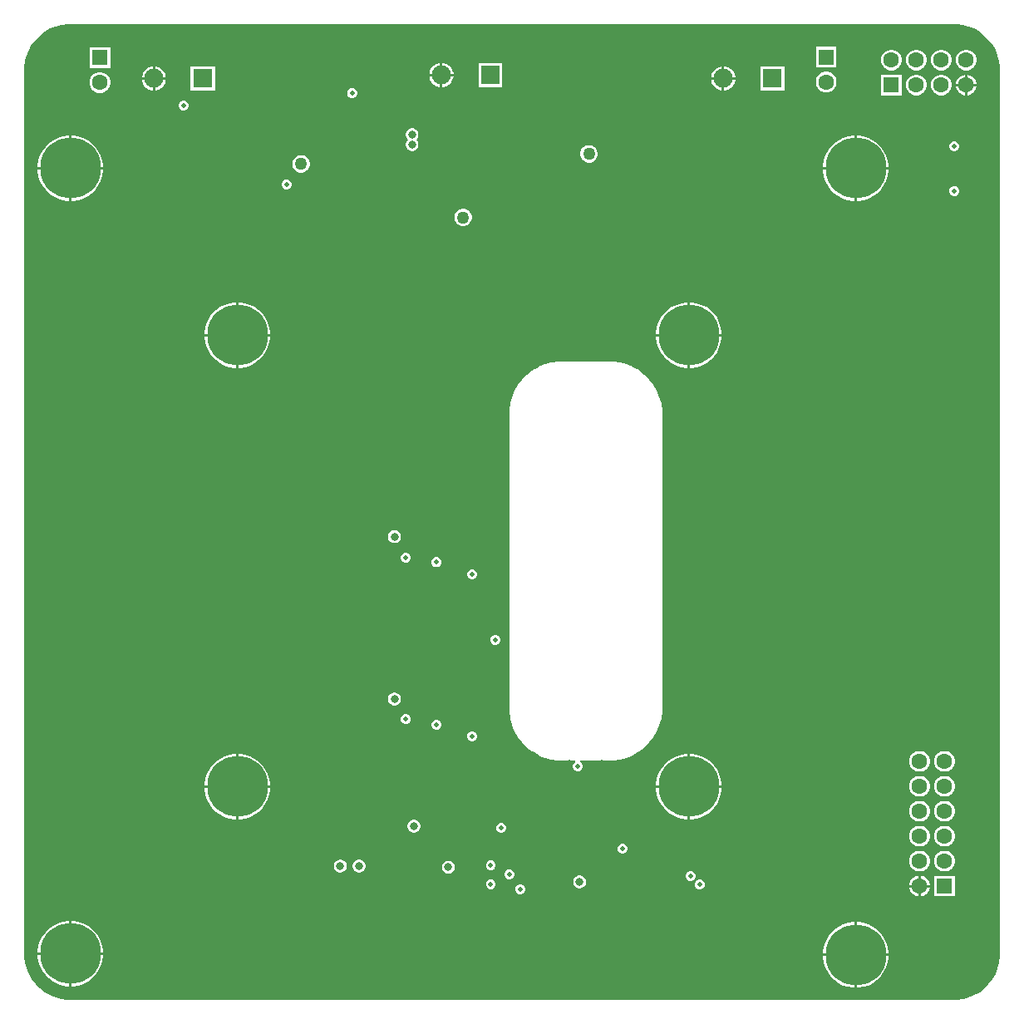
<source format=gbr>
%FSLAX23Y23*%
%MOIN*%
%SFA1B1*%

%IPPOS*%
%ADD46R,0.076770X0.076770*%
%ADD47C,0.076770*%
%ADD48C,0.062990*%
%ADD49R,0.062990X0.062990*%
%ADD50R,0.062990X0.062990*%
%ADD51C,0.244100*%
%ADD52C,0.019680*%
%ADD53C,0.050000*%
%ADD54C,0.031500*%
%LNbase_pcb1_copper_signal_1-1*%
%LPD*%
G36*
X3776Y3921D02*
X3799Y3915D01*
X3822Y3906*
X3843Y3894*
X3862Y3879*
X3879Y3862*
X3894Y3843*
X3906Y3822*
X3915Y3799*
X3921Y3776*
X3924Y3752*
Y3740*
Y196*
Y184*
X3921Y160*
X3915Y137*
X3906Y114*
X3894Y93*
X3879Y74*
X3862Y57*
X3843Y42*
X3822Y30*
X3799Y21*
X3776Y15*
X3752Y12*
X184*
X160Y15*
X137Y21*
X114Y30*
X93Y42*
X74Y57*
X57Y74*
X42Y93*
X30Y114*
X21Y137*
X15Y160*
X12Y184*
Y196*
Y3740*
Y3752*
X15Y3776*
X21Y3799*
X30Y3822*
X42Y3843*
X57Y3862*
X74Y3879*
X93Y3894*
X114Y3906*
X137Y3915*
X160Y3921*
X184Y3924*
X3752*
X3776Y3921*
G37*
%LNbase_pcb1_copper_signal_1-2*%
%LPC*%
G36*
X3269Y3833D02*
X3186D01*
Y3750*
X3269*
Y3833*
G37*
G36*
X356Y3832D02*
X273D01*
Y3749*
X356*
Y3832*
G37*
G36*
X3795Y3822D02*
X3784D01*
X3773Y3819*
X3764Y3813*
X3756Y3806*
X3751Y3796*
X3748Y3786*
Y3775*
X3751Y3764*
X3756Y3755*
X3764Y3747*
X3773Y3741*
X3784Y3739*
X3795*
X3805Y3741*
X3815Y3747*
X3822Y3755*
X3828Y3764*
X3831Y3775*
Y3786*
X3828Y3796*
X3822Y3806*
X3815Y3813*
X3805Y3819*
X3795Y3822*
G37*
G36*
X3695D02*
X3684D01*
X3673Y3819*
X3664Y3813*
X3656Y3806*
X3651Y3796*
X3648Y3786*
Y3775*
X3651Y3764*
X3656Y3755*
X3664Y3747*
X3673Y3741*
X3684Y3739*
X3695*
X3705Y3741*
X3715Y3747*
X3722Y3755*
X3728Y3764*
X3731Y3775*
Y3786*
X3728Y3796*
X3722Y3806*
X3715Y3813*
X3705Y3819*
X3695Y3822*
G37*
G36*
X3595D02*
X3584D01*
X3573Y3819*
X3564Y3813*
X3556Y3806*
X3551Y3796*
X3548Y3786*
Y3775*
X3551Y3764*
X3556Y3755*
X3564Y3747*
X3573Y3741*
X3584Y3739*
X3595*
X3605Y3741*
X3615Y3747*
X3622Y3755*
X3628Y3764*
X3631Y3775*
Y3786*
X3628Y3796*
X3622Y3806*
X3615Y3813*
X3605Y3819*
X3595Y3822*
G37*
G36*
X3495D02*
X3484D01*
X3473Y3819*
X3464Y3813*
X3456Y3806*
X3451Y3796*
X3448Y3786*
Y3775*
X3451Y3764*
X3456Y3755*
X3464Y3747*
X3473Y3741*
X3484Y3739*
X3495*
X3505Y3741*
X3515Y3747*
X3522Y3755*
X3528Y3764*
X3531Y3775*
Y3786*
X3528Y3796*
X3522Y3806*
X3515Y3813*
X3505Y3819*
X3495Y3822*
G37*
G36*
X1690Y3768D02*
X1689D01*
Y3725*
X1733*
Y3726*
X1729Y3739*
X1723Y3750*
X1714Y3759*
X1703Y3765*
X1690Y3768*
G37*
G36*
X1679D02*
X1678D01*
X1665Y3765*
X1654Y3759*
X1645Y3750*
X1639Y3739*
X1636Y3726*
Y3725*
X1679*
Y3768*
G37*
G36*
X2821Y3755D02*
X2819D01*
Y3712*
X2863*
Y3713*
X2860Y3725*
X2853Y3736*
X2844Y3745*
X2833Y3752*
X2821Y3755*
G37*
G36*
X2809D02*
X2808D01*
X2796Y3752*
X2785Y3745*
X2776Y3736*
X2769Y3725*
X2766Y3713*
Y3712*
X2809*
Y3755*
G37*
G36*
X537Y3754D02*
X536D01*
Y3711*
X579*
Y3712*
X576Y3724*
X570Y3735*
X561Y3744*
X550Y3751*
X537Y3754*
G37*
G36*
X526D02*
X525D01*
X512Y3751*
X501Y3744*
X492Y3735*
X486Y3724*
X483Y3712*
Y3711*
X526*
Y3754*
G37*
G36*
X3795Y3722D02*
X3794D01*
Y3685*
X3831*
Y3686*
X3828Y3696*
X3822Y3706*
X3815Y3713*
X3805Y3719*
X3795Y3722*
G37*
G36*
X3784D02*
X3784D01*
X3773Y3719*
X3764Y3713*
X3756Y3706*
X3751Y3696*
X3748Y3686*
Y3685*
X3784*
Y3722*
G37*
G36*
X1929Y3768D02*
X1833D01*
Y3672*
X1929*
Y3768*
G37*
G36*
X1733Y3715D02*
X1689D01*
Y3672*
X1690*
X1703Y3675*
X1714Y3681*
X1723Y3690*
X1729Y3701*
X1733Y3714*
Y3715*
G37*
G36*
X1679D02*
X1636D01*
Y3714*
X1639Y3701*
X1645Y3690*
X1654Y3681*
X1665Y3675*
X1678Y3672*
X1679*
Y3715*
G37*
G36*
X3060Y3755D02*
X2963D01*
Y3658*
X3060*
Y3755*
G37*
G36*
X2863Y3702D02*
X2819D01*
Y3658*
X2821*
X2833Y3661*
X2844Y3668*
X2853Y3677*
X2860Y3688*
X2863Y3700*
Y3702*
G37*
G36*
X2809D02*
X2766D01*
Y3700*
X2769Y3688*
X2776Y3677*
X2785Y3668*
X2796Y3661*
X2808Y3658*
X2809*
Y3702*
G37*
G36*
X776Y3754D02*
X679D01*
Y3657*
X776*
Y3754*
G37*
G36*
X579Y3701D02*
X536D01*
Y3657*
X537*
X550Y3661*
X561Y3667*
X570Y3676*
X576Y3687*
X579Y3699*
Y3701*
G37*
G36*
X526D02*
X483D01*
Y3699*
X486Y3687*
X492Y3676*
X501Y3667*
X512Y3661*
X525Y3657*
X526*
Y3701*
G37*
G36*
X3233Y3733D02*
X3222D01*
X3212Y3730*
X3202Y3725*
X3195Y3717*
X3189Y3708*
X3186Y3697*
Y3686*
X3189Y3676*
X3195Y3666*
X3202Y3658*
X3212Y3653*
X3222Y3650*
X3233*
X3244Y3653*
X3253Y3658*
X3261Y3666*
X3267Y3676*
X3269Y3686*
Y3697*
X3267Y3708*
X3261Y3717*
X3253Y3725*
X3244Y3730*
X3233Y3733*
G37*
G36*
X320Y3732D02*
X309D01*
X298Y3729*
X289Y3724*
X281Y3716*
X276Y3707*
X273Y3696*
Y3685*
X276Y3675*
X281Y3665*
X289Y3658*
X298Y3652*
X309Y3649*
X320*
X330Y3652*
X340Y3658*
X348Y3665*
X353Y3675*
X356Y3685*
Y3696*
X353Y3707*
X348Y3716*
X340Y3724*
X330Y3729*
X320Y3732*
G37*
G36*
X3831Y3675D02*
X3794D01*
Y3639*
X3795*
X3805Y3641*
X3815Y3647*
X3822Y3655*
X3828Y3664*
X3831Y3675*
Y3675*
G37*
G36*
X3784D02*
X3748D01*
Y3675*
X3751Y3664*
X3756Y3655*
X3764Y3647*
X3773Y3641*
X3784Y3639*
X3784*
Y3675*
G37*
G36*
X3695Y3722D02*
X3684D01*
X3673Y3719*
X3664Y3713*
X3656Y3706*
X3651Y3696*
X3648Y3686*
Y3675*
X3651Y3664*
X3656Y3655*
X3664Y3647*
X3673Y3641*
X3684Y3639*
X3695*
X3705Y3641*
X3715Y3647*
X3722Y3655*
X3728Y3664*
X3731Y3675*
Y3686*
X3728Y3696*
X3722Y3706*
X3715Y3713*
X3705Y3719*
X3695Y3722*
G37*
G36*
X3595D02*
X3584D01*
X3573Y3719*
X3564Y3713*
X3556Y3706*
X3551Y3696*
X3548Y3686*
Y3675*
X3551Y3664*
X3556Y3655*
X3564Y3647*
X3573Y3641*
X3584Y3639*
X3595*
X3605Y3641*
X3615Y3647*
X3622Y3655*
X3628Y3664*
X3631Y3675*
Y3686*
X3628Y3696*
X3622Y3706*
X3615Y3713*
X3605Y3719*
X3595Y3722*
G37*
G36*
X3531D02*
X3448D01*
Y3639*
X3531*
Y3722*
G37*
G36*
X1330Y3668D02*
X1322D01*
X1315Y3665*
X1309Y3659*
X1306Y3652*
Y3644*
X1309Y3637*
X1315Y3631*
X1322Y3628*
X1330*
X1338Y3631*
X1343Y3637*
X1346Y3644*
Y3652*
X1343Y3659*
X1338Y3665*
X1330Y3668*
G37*
G36*
X655Y3618D02*
X647D01*
X639Y3615*
X634Y3609*
X631Y3602*
Y3594*
X634Y3587*
X639Y3581*
X647Y3578*
X655*
X662Y3581*
X667Y3587*
X670Y3594*
Y3602*
X667Y3609*
X662Y3615*
X655Y3618*
G37*
G36*
X1570Y3506D02*
X1563D01*
X1557Y3504*
X1551Y3500*
X1546Y3496*
X1543Y3490*
X1541Y3483*
Y3476*
X1543Y3470*
X1546Y3464*
X1550Y3460*
X1546Y3456*
X1543Y3450*
X1541Y3443*
Y3437*
X1543Y3430*
X1546Y3424*
X1551Y3420*
X1557Y3416*
X1563Y3414*
X1570*
X1577Y3416*
X1582Y3420*
X1587Y3424*
X1591Y3430*
X1592Y3437*
Y3443*
X1591Y3450*
X1587Y3456*
X1583Y3460*
X1587Y3464*
X1591Y3470*
X1592Y3476*
Y3483*
X1591Y3490*
X1587Y3496*
X1582Y3500*
X1577Y3504*
X1570Y3506*
G37*
G36*
X3745Y3454D02*
X3737D01*
X3730Y3451*
X3724Y3445*
X3721Y3438*
Y3430*
X3724Y3423*
X3730Y3417*
X3737Y3414*
X3745*
X3752Y3417*
X3758Y3423*
X3761Y3430*
Y3438*
X3758Y3445*
X3752Y3451*
X3745Y3454*
G37*
G36*
X2281Y3439D02*
X2272D01*
X2263Y3437*
X2255Y3432*
X2249Y3426*
X2244Y3418*
X2242Y3409*
Y3399*
X2244Y3391*
X2249Y3383*
X2255Y3376*
X2263Y3371*
X2272Y3369*
X2281*
X2290Y3371*
X2298Y3376*
X2305Y3383*
X2309Y3391*
X2312Y3399*
Y3409*
X2309Y3418*
X2305Y3426*
X2298Y3432*
X2290Y3437*
X2281Y3439*
G37*
G36*
X3356Y3478D02*
X3351D01*
Y3351*
X3478*
Y3356*
X3475Y3377*
X3468Y3397*
X3459Y3415*
X3447Y3432*
X3432Y3447*
X3415Y3459*
X3397Y3468*
X3377Y3475*
X3356Y3478*
G37*
G36*
X3341D02*
X3336D01*
X3315Y3475*
X3295Y3468*
X3277Y3459*
X3260Y3447*
X3245Y3432*
X3233Y3415*
X3224Y3397*
X3217Y3377*
X3214Y3356*
Y3351*
X3341*
Y3478*
G37*
G36*
X207D02*
X201D01*
Y3351*
X328*
Y3356*
X325Y3377*
X319Y3397*
X309Y3415*
X297Y3432*
X282Y3447*
X266Y3459*
X247Y3468*
X227Y3475*
X207Y3478*
G37*
G36*
X191D02*
X186D01*
X165Y3475*
X146Y3468*
X127Y3459*
X110Y3447*
X96Y3432*
X83Y3415*
X74Y3397*
X68Y3377*
X64Y3356*
Y3351*
X191*
Y3478*
G37*
G36*
X1126Y3399D02*
X1117D01*
X1108Y3396*
X1100Y3392*
X1094Y3385*
X1089Y3377*
X1087Y3368*
Y3359*
X1089Y3350*
X1094Y3342*
X1100Y3336*
X1108Y3331*
X1117Y3329*
X1126*
X1135Y3331*
X1143Y3336*
X1150Y3342*
X1154Y3350*
X1157Y3359*
Y3368*
X1154Y3377*
X1150Y3385*
X1143Y3392*
X1135Y3396*
X1126Y3399*
G37*
G36*
X1067Y3301D02*
X1059D01*
X1052Y3298*
X1046Y3292*
X1043Y3285*
Y3277*
X1046Y3270*
X1052Y3264*
X1059Y3261*
X1067*
X1074Y3264*
X1080Y3270*
X1083Y3277*
Y3285*
X1080Y3292*
X1074Y3298*
X1067Y3301*
G37*
G36*
X3746Y3274D02*
X3738D01*
X3731Y3271*
X3725Y3266*
X3722Y3258*
Y3250*
X3725Y3243*
X3731Y3238*
X3738Y3235*
X3746*
X3753Y3238*
X3759Y3243*
X3762Y3250*
Y3258*
X3759Y3266*
X3753Y3271*
X3746Y3274*
G37*
G36*
X3478Y3341D02*
X3351D01*
Y3214*
X3356*
X3377Y3217*
X3397Y3224*
X3415Y3233*
X3432Y3245*
X3447Y3260*
X3459Y3277*
X3468Y3295*
X3475Y3315*
X3478Y3336*
Y3341*
G37*
G36*
X3341D02*
X3214D01*
Y3336*
X3217Y3315*
X3224Y3295*
X3233Y3277*
X3245Y3260*
X3260Y3245*
X3277Y3233*
X3295Y3224*
X3315Y3217*
X3336Y3214*
X3341*
Y3341*
G37*
G36*
X328D02*
X201D01*
Y3214*
X207*
X227Y3217*
X247Y3224*
X266Y3233*
X282Y3245*
X297Y3260*
X309Y3277*
X319Y3295*
X325Y3315*
X328Y3336*
Y3341*
G37*
G36*
X191D02*
X64D01*
Y3336*
X68Y3315*
X74Y3295*
X83Y3277*
X96Y3260*
X110Y3245*
X127Y3233*
X146Y3224*
X165Y3217*
X186Y3214*
X191*
Y3341*
G37*
G36*
X1776Y3184D02*
X1767D01*
X1758Y3182*
X1750Y3177*
X1743Y3171*
X1739Y3163*
X1736Y3154*
Y3145*
X1739Y3136*
X1743Y3128*
X1750Y3121*
X1758Y3116*
X1767Y3114*
X1776*
X1785Y3116*
X1793Y3121*
X1799Y3128*
X1804Y3136*
X1806Y3145*
Y3154*
X1804Y3163*
X1799Y3171*
X1793Y3177*
X1785Y3182*
X1776Y3184*
G37*
G36*
X2687Y2809D02*
X2682D01*
Y2682*
X2809*
Y2687*
X2805Y2708*
X2799Y2727*
X2790Y2746*
X2777Y2763*
X2763Y2777*
X2746Y2790*
X2727Y2799*
X2708Y2805*
X2687Y2809*
G37*
G36*
X2672D02*
X2666D01*
X2646Y2805*
X2626Y2799*
X2607Y2790*
X2591Y2777*
X2576Y2763*
X2564Y2746*
X2554Y2727*
X2548Y2708*
X2545Y2687*
Y2682*
X2672*
Y2809*
G37*
G36*
X876D02*
X871D01*
Y2682*
X998*
Y2687*
X994Y2708*
X988Y2727*
X979Y2746*
X966Y2763*
X952Y2777*
X935Y2790*
X916Y2799*
X897Y2805*
X876Y2809*
G37*
G36*
X861D02*
X855D01*
X835Y2805*
X815Y2799*
X796Y2790*
X780Y2777*
X765Y2763*
X753Y2746*
X743Y2727*
X737Y2708*
X734Y2687*
Y2682*
X861*
Y2809*
G37*
G36*
X2373Y2571D02*
X2360Y2571D01*
X2166*
X2153*
X2153Y2570*
X2152Y2570*
X2126Y2567*
X2125Y2567*
X2125Y2567*
X2100Y2560*
X2099Y2560*
X2098Y2560*
X2074Y2550*
X2074Y2549*
X2073Y2549*
X2050Y2536*
X2050Y2536*
X2049Y2535*
X2029Y2519*
X2028Y2519*
X2027Y2518*
X2009Y2500*
X2009Y2499*
X2008Y2499*
X1992Y2478*
X1992Y2478*
X1991Y2477*
X1979Y2455*
X1978Y2454*
X1978Y2453*
X1968Y2429*
X1968Y2429*
X1967Y2428*
X1961Y2403*
X1961Y2402*
X1960Y2401*
X1957Y2376*
X1957Y2375*
X1957Y2374*
Y2361*
Y1181*
Y1168*
X1957Y1167*
X1957Y1166*
X1960Y1140*
X1961Y1140*
X1961Y1139*
X1967Y1114*
X1968Y1113*
X1968Y1112*
X1978Y1088*
X1978Y1088*
X1979Y1087*
X1991Y1065*
X1992Y1064*
X1992Y1063*
X2008Y1043*
X2009Y1042*
X2009Y1042*
X2027Y1023*
X2028Y1023*
X2029Y1022*
X2049Y1007*
X2050Y1006*
X2050Y1006*
X2073Y993*
X2074Y992*
X2074Y992*
X2098Y982*
X2099Y982*
X2100Y982*
X2125Y975*
X2125Y975*
X2126Y975*
X2152Y971*
X2153Y971*
X2153Y971*
X2166*
X2188*
X2192Y972*
X2199Y975*
X2204Y972*
X2204Y970*
X2221*
X2222Y965*
X2220Y964*
X2215Y959*
X2212Y952*
Y944*
X2215Y936*
X2220Y931*
X2228Y928*
X2236*
X2243Y931*
X2248Y936*
X2251Y944*
Y952*
X2248Y959*
X2243Y964*
X2241Y965*
X2242Y970*
X2322*
Y972*
X2322Y972*
X2327Y974*
X2333Y972*
X2337Y971*
X2341*
X2373*
X2374Y971*
X2375Y971*
X2400Y975*
X2401Y975*
X2402Y975*
X2427Y982*
X2428Y982*
X2428Y982*
X2452Y992*
X2453Y992*
X2454Y993*
X2476Y1006*
X2477Y1006*
X2477Y1007*
X2498Y1022*
X2498Y1023*
X2499Y1023*
X2517Y1042*
X2518Y1042*
X2518Y1043*
X2534Y1063*
X2535Y1064*
X2535Y1065*
X2548Y1087*
X2548Y1088*
X2549Y1088*
X2559Y1112*
X2559Y1113*
X2559Y1114*
X2566Y1139*
X2566Y1140*
X2566Y1140*
X2570Y1166*
X2570Y1167*
X2570Y1168*
Y1181*
X2570Y2361*
Y2361*
X2570Y2374*
X2570Y2375*
X2570Y2376*
X2566Y2401*
X2566Y2402*
X2566Y2403*
X2559Y2428*
X2559Y2429*
X2559Y2429*
X2549Y2453*
X2549Y2454*
X2548Y2455*
X2535Y2477*
X2535Y2478*
X2534Y2478*
X2519Y2499*
X2518Y2499*
X2518Y2500*
X2499Y2518*
X2499Y2519*
X2498Y2519*
X2478Y2535*
X2477Y2536*
X2476Y2536*
X2454Y2549*
X2453Y2549*
X2452Y2550*
X2428Y2560*
X2428Y2560*
X2427Y2560*
X2402Y2567*
X2401Y2567*
X2400Y2567*
X2375Y2571*
X2374Y2570*
X2373Y2571*
G37*
G36*
X2809Y2672D02*
X2682D01*
Y2545*
X2687*
X2708Y2548*
X2727Y2554*
X2746Y2564*
X2763Y2576*
X2777Y2591*
X2790Y2607*
X2799Y2626*
X2805Y2646*
X2809Y2666*
Y2672*
G37*
G36*
X2672D02*
X2545D01*
Y2666*
X2548Y2646*
X2554Y2626*
X2564Y2607*
X2576Y2591*
X2591Y2576*
X2607Y2564*
X2626Y2554*
X2646Y2548*
X2666Y2545*
X2672*
Y2672*
G37*
G36*
X998D02*
X871D01*
Y2545*
X876*
X897Y2548*
X916Y2554*
X935Y2564*
X952Y2576*
X966Y2591*
X979Y2607*
X988Y2626*
X994Y2646*
X998Y2666*
Y2672*
G37*
G36*
X861D02*
X734D01*
Y2666*
X737Y2646*
X743Y2626*
X753Y2607*
X765Y2591*
X780Y2576*
X796Y2564*
X815Y2554*
X835Y2548*
X855Y2545*
X861*
Y2672*
G37*
G36*
X1499Y1895D02*
X1492D01*
X1486Y1893*
X1480Y1890*
X1475Y1885*
X1472Y1879*
X1470Y1873*
Y1866*
X1472Y1859*
X1475Y1853*
X1480Y1849*
X1486Y1845*
X1492Y1844*
X1499*
X1506Y1845*
X1511Y1849*
X1516Y1853*
X1520Y1859*
X1521Y1866*
Y1873*
X1520Y1879*
X1516Y1885*
X1511Y1890*
X1506Y1893*
X1499Y1895*
G37*
G36*
X1545Y1804D02*
X1537D01*
X1530Y1801*
X1524Y1795*
X1521Y1788*
Y1780*
X1524Y1773*
X1530Y1767*
X1537Y1764*
X1545*
X1553Y1767*
X1558Y1773*
X1561Y1780*
Y1788*
X1558Y1795*
X1553Y1801*
X1545Y1804*
G37*
G36*
X1668Y1786D02*
X1660D01*
X1653Y1783*
X1647Y1777*
X1644Y1770*
Y1762*
X1647Y1755*
X1653Y1749*
X1660Y1746*
X1668*
X1675Y1749*
X1681Y1755*
X1684Y1762*
Y1770*
X1681Y1777*
X1675Y1783*
X1668Y1786*
G37*
G36*
X1812Y1738D02*
X1804D01*
X1796Y1735*
X1791Y1729*
X1788Y1722*
Y1714*
X1791Y1707*
X1796Y1701*
X1804Y1698*
X1812*
X1819Y1701*
X1824Y1707*
X1827Y1714*
Y1722*
X1824Y1729*
X1819Y1735*
X1812Y1738*
G37*
G36*
X1904Y1475D02*
X1897D01*
X1889Y1472*
X1884Y1466*
X1881Y1459*
Y1451*
X1884Y1444*
X1889Y1438*
X1897Y1435*
X1904*
X1912Y1438*
X1917Y1444*
X1920Y1451*
Y1459*
X1917Y1466*
X1912Y1472*
X1904Y1475*
G37*
G36*
X1499Y1243D02*
X1492D01*
X1486Y1241*
X1480Y1238*
X1475Y1233*
X1472Y1227*
X1470Y1221*
Y1214*
X1472Y1207*
X1475Y1202*
X1480Y1197*
X1486Y1193*
X1492Y1192*
X1499*
X1506Y1193*
X1511Y1197*
X1516Y1202*
X1520Y1207*
X1521Y1214*
Y1221*
X1520Y1227*
X1516Y1233*
X1511Y1238*
X1506Y1241*
X1499Y1243*
G37*
G36*
X1545Y1156D02*
X1537D01*
X1530Y1153*
X1524Y1148*
X1521Y1140*
Y1132*
X1524Y1125*
X1530Y1120*
X1537Y1117*
X1545*
X1553Y1120*
X1558Y1125*
X1561Y1132*
Y1140*
X1558Y1148*
X1553Y1153*
X1545Y1156*
G37*
G36*
X1669Y1134D02*
X1661D01*
X1654Y1131*
X1648Y1125*
X1645Y1118*
Y1110*
X1648Y1103*
X1654Y1097*
X1661Y1094*
X1669*
X1677Y1097*
X1682Y1103*
X1685Y1110*
Y1118*
X1682Y1125*
X1677Y1131*
X1669Y1134*
G37*
G36*
X1812Y1088D02*
X1804D01*
X1796Y1085*
X1791Y1080*
X1788Y1072*
Y1064*
X1791Y1057*
X1796Y1052*
X1804Y1048*
X1812*
X1819Y1052*
X1824Y1057*
X1827Y1064*
Y1072*
X1824Y1080*
X1819Y1085*
X1812Y1088*
G37*
G36*
X3707Y1009D02*
X3696D01*
X3686Y1006*
X3676Y1000*
X3669Y993*
X3663Y983*
X3660Y973*
Y962*
X3663Y951*
X3669Y942*
X3676Y934*
X3686Y929*
X3696Y926*
X3707*
X3718Y929*
X3727Y934*
X3735Y942*
X3741Y951*
X3743Y962*
Y973*
X3741Y983*
X3735Y993*
X3727Y1000*
X3718Y1006*
X3707Y1009*
G37*
G36*
X3607D02*
X3596D01*
X3586Y1006*
X3576Y1000*
X3569Y993*
X3563Y983*
X3560Y973*
Y962*
X3563Y951*
X3569Y942*
X3576Y934*
X3586Y929*
X3596Y926*
X3607*
X3618Y929*
X3627Y934*
X3635Y942*
X3641Y951*
X3643Y962*
Y973*
X3641Y983*
X3635Y993*
X3627Y1000*
X3618Y1006*
X3607Y1009*
G37*
G36*
X2687Y998D02*
X2682D01*
Y871*
X2809*
Y876*
X2805Y897*
X2799Y916*
X2790Y935*
X2777Y952*
X2763Y966*
X2746Y979*
X2727Y988*
X2708Y994*
X2687Y998*
G37*
G36*
X2672D02*
X2666D01*
X2646Y994*
X2626Y988*
X2607Y979*
X2591Y966*
X2576Y952*
X2564Y935*
X2554Y916*
X2548Y897*
X2545Y876*
Y871*
X2672*
Y998*
G37*
G36*
X876D02*
X871D01*
Y871*
X998*
Y876*
X994Y897*
X988Y916*
X979Y935*
X966Y952*
X952Y966*
X935Y979*
X916Y988*
X897Y994*
X876Y998*
G37*
G36*
X861D02*
X855D01*
X835Y994*
X815Y988*
X796Y979*
X780Y966*
X765Y952*
X753Y935*
X743Y916*
X737Y897*
X734Y876*
Y871*
X861*
Y998*
G37*
G36*
X3707Y909D02*
X3696D01*
X3686Y906*
X3676Y900*
X3669Y893*
X3663Y883*
X3660Y873*
Y862*
X3663Y851*
X3669Y842*
X3676Y834*
X3686Y829*
X3696Y826*
X3707*
X3718Y829*
X3727Y834*
X3735Y842*
X3741Y851*
X3743Y862*
Y873*
X3741Y883*
X3735Y893*
X3727Y900*
X3718Y906*
X3707Y909*
G37*
G36*
X3607D02*
X3596D01*
X3586Y906*
X3576Y900*
X3569Y893*
X3563Y883*
X3560Y873*
Y862*
X3563Y851*
X3569Y842*
X3576Y834*
X3586Y829*
X3596Y826*
X3607*
X3618Y829*
X3627Y834*
X3635Y842*
X3641Y851*
X3643Y862*
Y873*
X3641Y883*
X3635Y893*
X3627Y900*
X3618Y906*
X3607Y909*
G37*
G36*
X2809Y861D02*
X2682D01*
Y734*
X2687*
X2708Y737*
X2727Y743*
X2746Y753*
X2763Y765*
X2777Y780*
X2790Y796*
X2799Y815*
X2805Y835*
X2809Y855*
Y861*
G37*
G36*
X2672D02*
X2545D01*
Y855*
X2548Y835*
X2554Y815*
X2564Y796*
X2576Y780*
X2591Y765*
X2607Y753*
X2626Y743*
X2646Y737*
X2666Y734*
X2672*
Y861*
G37*
G36*
X998D02*
X871D01*
Y734*
X876*
X897Y737*
X916Y743*
X935Y753*
X952Y765*
X966Y780*
X979Y796*
X988Y815*
X994Y835*
X998Y855*
Y861*
G37*
G36*
X861D02*
X734D01*
Y855*
X737Y835*
X743Y815*
X753Y796*
X765Y780*
X780Y765*
X796Y753*
X815Y743*
X835Y737*
X855Y734*
X861*
Y861*
G37*
G36*
X3707Y809D02*
X3696D01*
X3686Y806*
X3676Y800*
X3669Y793*
X3663Y783*
X3660Y773*
Y762*
X3663Y751*
X3669Y742*
X3676Y734*
X3686Y729*
X3696Y726*
X3707*
X3718Y729*
X3727Y734*
X3735Y742*
X3741Y751*
X3743Y762*
Y773*
X3741Y783*
X3735Y793*
X3727Y800*
X3718Y806*
X3707Y809*
G37*
G36*
X3607D02*
X3596D01*
X3586Y806*
X3576Y800*
X3569Y793*
X3563Y783*
X3560Y773*
Y762*
X3563Y751*
X3569Y742*
X3576Y734*
X3586Y729*
X3596Y726*
X3607*
X3618Y729*
X3627Y734*
X3635Y742*
X3641Y751*
X3643Y762*
Y773*
X3641Y783*
X3635Y793*
X3627Y800*
X3618Y806*
X3607Y809*
G37*
G36*
X1578Y734D02*
X1571D01*
X1564Y732*
X1558Y729*
X1554Y724*
X1550Y718*
X1549Y712*
Y705*
X1550Y698*
X1554Y692*
X1558Y688*
X1564Y684*
X1571Y682*
X1578*
X1584Y684*
X1590Y688*
X1595Y692*
X1598Y698*
X1600Y705*
Y712*
X1598Y718*
X1595Y724*
X1590Y729*
X1584Y732*
X1578Y734*
G37*
G36*
X1928Y720D02*
X1920D01*
X1913Y717*
X1907Y712*
X1904Y705*
Y697*
X1907Y689*
X1913Y684*
X1920Y681*
X1928*
X1935Y684*
X1941Y689*
X1944Y697*
Y705*
X1941Y712*
X1935Y717*
X1928Y720*
G37*
G36*
X3707Y709D02*
X3696D01*
X3686Y706*
X3676Y700*
X3669Y693*
X3663Y683*
X3660Y673*
Y662*
X3663Y651*
X3669Y642*
X3676Y634*
X3686Y629*
X3696Y626*
X3707*
X3718Y629*
X3727Y634*
X3735Y642*
X3741Y651*
X3743Y662*
Y673*
X3741Y683*
X3735Y693*
X3727Y700*
X3718Y706*
X3707Y709*
G37*
G36*
X3607D02*
X3596D01*
X3586Y706*
X3576Y700*
X3569Y693*
X3563Y683*
X3560Y673*
Y662*
X3563Y651*
X3569Y642*
X3576Y634*
X3586Y629*
X3596Y626*
X3607*
X3618Y629*
X3627Y634*
X3635Y642*
X3641Y651*
X3643Y662*
Y673*
X3641Y683*
X3635Y693*
X3627Y700*
X3618Y706*
X3607Y709*
G37*
G36*
X2415Y636D02*
X2407D01*
X2400Y633*
X2394Y628*
X2391Y620*
Y613*
X2394Y605*
X2400Y600*
X2407Y597*
X2415*
X2422Y600*
X2428Y605*
X2431Y613*
Y620*
X2428Y628*
X2422Y633*
X2415Y636*
G37*
G36*
X1886Y570D02*
X1879D01*
X1871Y567*
X1866Y561*
X1863Y554*
Y546*
X1866Y539*
X1871Y533*
X1879Y530*
X1886*
X1894Y533*
X1899Y539*
X1902Y546*
Y554*
X1899Y561*
X1894Y567*
X1886Y570*
G37*
G36*
X3707Y609D02*
X3696D01*
X3686Y606*
X3676Y600*
X3669Y593*
X3663Y583*
X3660Y573*
Y562*
X3663Y551*
X3669Y542*
X3676Y534*
X3686Y529*
X3696Y526*
X3707*
X3718Y529*
X3727Y534*
X3735Y542*
X3741Y551*
X3743Y562*
Y573*
X3741Y583*
X3735Y593*
X3727Y600*
X3718Y606*
X3707Y609*
G37*
G36*
X3607D02*
X3596D01*
X3586Y606*
X3576Y600*
X3569Y593*
X3563Y583*
X3560Y573*
Y562*
X3563Y551*
X3569Y542*
X3576Y534*
X3586Y529*
X3596Y526*
X3607*
X3618Y529*
X3627Y534*
X3635Y542*
X3641Y551*
X3643Y562*
Y573*
X3641Y583*
X3635Y593*
X3627Y600*
X3618Y606*
X3607Y609*
G37*
G36*
X1357Y574D02*
X1350D01*
X1344Y572*
X1338Y569*
X1333Y564*
X1330Y558*
X1328Y551*
Y545*
X1330Y538*
X1333Y532*
X1338Y527*
X1344Y524*
X1350Y522*
X1357*
X1364Y524*
X1370Y527*
X1374Y532*
X1378Y538*
X1380Y545*
Y551*
X1378Y558*
X1374Y564*
X1370Y569*
X1364Y572*
X1357Y574*
G37*
G36*
X1282D02*
X1276D01*
X1269Y572*
X1263Y569*
X1258Y564*
X1255Y558*
X1253Y551*
Y545*
X1255Y538*
X1258Y532*
X1263Y527*
X1269Y524*
X1276Y522*
X1282*
X1289Y524*
X1295Y527*
X1300Y532*
X1303Y538*
X1305Y545*
Y551*
X1303Y558*
X1300Y564*
X1295Y569*
X1289Y572*
X1282Y574*
G37*
G36*
X1715Y569D02*
X1709D01*
X1702Y567*
X1696Y564*
X1692Y559*
X1688Y553*
X1686Y547*
Y540*
X1688Y533*
X1692Y527*
X1696Y523*
X1702Y519*
X1709Y518*
X1715*
X1722Y519*
X1728Y523*
X1733Y527*
X1736Y533*
X1738Y540*
Y547*
X1736Y553*
X1733Y559*
X1728Y564*
X1722Y567*
X1715Y569*
G37*
G36*
X1960Y534D02*
X1952D01*
X1945Y531*
X1940Y525*
X1937Y518*
Y510*
X1940Y503*
X1945Y497*
X1952Y494*
X1960*
X1968Y497*
X1973Y503*
X1976Y510*
Y518*
X1973Y525*
X1968Y531*
X1960Y534*
G37*
G36*
X2688Y528D02*
X2680D01*
X2672Y525*
X2667Y519*
X2664Y512*
Y504*
X2667Y497*
X2672Y491*
X2680Y488*
X2688*
X2695Y491*
X2700Y497*
X2703Y504*
Y512*
X2700Y519*
X2695Y525*
X2688Y528*
G37*
G36*
X3607Y509D02*
X3607D01*
Y472*
X3643*
Y473*
X3641Y483*
X3635Y493*
X3627Y500*
X3618Y506*
X3607Y509*
G37*
G36*
X3597D02*
X3596D01*
X3586Y506*
X3576Y500*
X3569Y493*
X3563Y483*
X3560Y473*
Y472*
X3597*
Y509*
G37*
G36*
X2242Y510D02*
X2235D01*
X2229Y509*
X2223Y505*
X2218Y500*
X2215Y495*
X2213Y488*
Y481*
X2215Y475*
X2218Y469*
X2223Y464*
X2229Y461*
X2235Y459*
X2242*
X2249Y461*
X2254Y464*
X2259Y469*
X2263Y475*
X2264Y481*
Y488*
X2263Y495*
X2259Y500*
X2254Y505*
X2249Y509*
X2242Y510*
G37*
G36*
X1886Y495D02*
X1879D01*
X1871Y492*
X1866Y486*
X1863Y479*
Y471*
X1866Y464*
X1871Y458*
X1879Y455*
X1886*
X1894Y458*
X1899Y464*
X1902Y471*
Y479*
X1899Y486*
X1894Y492*
X1886Y495*
G37*
G36*
X2724Y493D02*
X2716D01*
X2709Y490*
X2703Y484*
X2700Y477*
Y469*
X2703Y462*
X2709Y456*
X2716Y453*
X2724*
X2731Y456*
X2737Y462*
X2740Y469*
Y477*
X2737Y484*
X2731Y490*
X2724Y493*
G37*
G36*
X2004Y474D02*
X1997D01*
X1989Y471*
X1984Y466*
X1981Y458*
Y451*
X1984Y443*
X1989Y438*
X1997Y435*
X2004*
X2012Y438*
X2017Y443*
X2020Y451*
Y458*
X2017Y466*
X2012Y471*
X2004Y474*
G37*
G36*
X3743Y509D02*
X3660D01*
Y426*
X3743*
Y509*
G37*
G36*
X3643Y462D02*
X3607D01*
Y426*
X3607*
X3618Y429*
X3627Y434*
X3635Y442*
X3641Y451*
X3643Y462*
Y462*
G37*
G36*
X3597D02*
X3560D01*
Y462*
X3563Y451*
X3569Y442*
X3576Y434*
X3586Y429*
X3596Y426*
X3597*
Y462*
G37*
G36*
X207Y328D02*
X201D01*
Y201*
X328*
Y207*
X325Y227*
X319Y247*
X309Y266*
X297Y282*
X282Y297*
X266Y309*
X247Y319*
X227Y325*
X207Y328*
G37*
G36*
X191D02*
X186D01*
X165Y325*
X146Y319*
X127Y309*
X110Y297*
X96Y282*
X83Y266*
X74Y247*
X68Y227*
X64Y207*
Y201*
X191*
Y328*
G37*
G36*
X3356Y324D02*
X3351D01*
Y197*
X3478*
Y202*
X3475Y223*
X3468Y242*
X3459Y261*
X3447Y278*
X3432Y293*
X3415Y305*
X3397Y314*
X3377Y321*
X3356Y324*
G37*
G36*
X3341D02*
X3336D01*
X3315Y321*
X3295Y314*
X3277Y305*
X3260Y293*
X3245Y278*
X3233Y261*
X3224Y242*
X3217Y223*
X3214Y202*
Y197*
X3341*
Y324*
G37*
G36*
X328Y191D02*
X201D01*
Y64*
X207*
X227Y68*
X247Y74*
X266Y83*
X282Y96*
X297Y110*
X309Y127*
X319Y146*
X325Y165*
X328Y186*
Y191*
G37*
G36*
X191D02*
X64D01*
Y186*
X68Y165*
X74Y146*
X83Y127*
X96Y110*
X110Y96*
X127Y83*
X146Y74*
X165Y68*
X186Y64*
X191*
Y191*
G37*
G36*
X3478Y187D02*
X3351D01*
Y60*
X3356*
X3377Y63*
X3397Y69*
X3415Y79*
X3432Y91*
X3447Y106*
X3459Y123*
X3468Y141*
X3475Y161*
X3478Y181*
Y187*
G37*
G36*
X3341D02*
X3214D01*
Y181*
X3217Y161*
X3224Y141*
X3233Y123*
X3245Y106*
X3260Y91*
X3277Y79*
X3295Y69*
X3315Y63*
X3336Y60*
X3341*
Y187*
G37*
%LNbase_pcb1_copper_signal_1-3*%
%LPD*%
G54D46*
X3011Y3707D03*
X728Y3706D03*
X1881Y3720D03*
G54D47*
X2814Y3707D03*
X531Y3706D03*
X1684Y3720D03*
G54D48*
X3228Y3692D03*
X314Y3691D03*
X3489Y3780D03*
X3589D03*
X3689D03*
X3789D03*
Y3680D03*
X3689D03*
X3589D03*
X3702Y567D03*
Y667D03*
Y767D03*
Y867D03*
Y967D03*
X3602D03*
Y867D03*
Y767D03*
Y667D03*
Y567D03*
Y467D03*
G54D49*
X3228Y3792D03*
X314Y3791D03*
X3702Y467D03*
G54D50*
X3489Y3680D03*
G54D51*
X3346Y3346D03*
X196D03*
X3346Y192D03*
X196Y196D03*
X2677Y2677D03*
X866D03*
X2677Y866D03*
X866D03*
G54D52*
X3671Y3249D03*
X3741Y3434D03*
X3660Y3424D03*
X3742Y3254D03*
X3559Y3250D03*
X3756Y297D03*
Y100D03*
X3559Y3053D03*
Y2856D03*
Y2659D03*
Y2462D03*
Y2265D03*
Y2069D03*
Y1872D03*
Y1675D03*
Y1478D03*
Y1281D03*
Y1084D03*
Y297D03*
Y100D03*
X3362Y3643D03*
Y3053D03*
Y2856D03*
Y2659D03*
Y2462D03*
Y2265D03*
Y2069D03*
Y1872D03*
Y1675D03*
Y1478D03*
Y1281D03*
Y1084D03*
Y887D03*
Y691D03*
X3165Y3643D03*
Y1478D03*
Y1281D03*
Y1084D03*
Y887D03*
Y691D03*
Y297D03*
Y100D03*
X2969Y3447D03*
Y3250D03*
Y3053D03*
Y2856D03*
Y2659D03*
Y2462D03*
Y2265D03*
Y2069D03*
Y1872D03*
Y1675D03*
Y1478D03*
Y1281D03*
Y1084D03*
Y887D03*
Y691D03*
Y297D03*
Y100D03*
X2772Y3643D03*
Y2856D03*
Y2462D03*
Y2069D03*
Y1872D03*
Y1675D03*
Y1478D03*
Y1281D03*
Y1084D03*
Y691D03*
Y297D03*
Y100D03*
X2575Y3643D03*
Y3447D03*
Y3250D03*
Y3053D03*
Y2856D03*
Y1084D03*
Y691D03*
Y297D03*
Y100D03*
X2378Y3250D03*
Y2856D03*
Y887D03*
Y691D03*
Y297D03*
Y100D03*
X2181Y3250D03*
Y3053D03*
Y2856D03*
Y887D03*
Y297D03*
Y100D03*
X1984Y3643D03*
Y3447D03*
Y3250D03*
Y2856D03*
Y297D03*
Y100D03*
X1787Y3643D03*
Y2462D03*
Y2265D03*
Y2069D03*
Y1872D03*
Y1281D03*
Y887D03*
Y297D03*
Y100D03*
X1591Y3643D03*
Y3053D03*
Y2856D03*
Y2462D03*
Y2265D03*
Y2069D03*
Y1478D03*
Y297D03*
Y100D03*
X1394Y3643D03*
Y3250D03*
Y2856D03*
Y2659D03*
Y2462D03*
Y2265D03*
Y2069D03*
Y1872D03*
Y1478D03*
Y691D03*
Y297D03*
Y100D03*
X1197Y3250D03*
Y3053D03*
Y2856D03*
Y2659D03*
Y2462D03*
Y2265D03*
Y2069D03*
Y1872D03*
Y1675D03*
Y1478D03*
Y1281D03*
Y1084D03*
Y887D03*
Y297D03*
Y100D03*
X1000Y2856D03*
Y2462D03*
Y2265D03*
Y2069D03*
Y1872D03*
Y1675D03*
Y1478D03*
Y1281D03*
Y1084D03*
Y691D03*
Y494D03*
Y297D03*
Y100D03*
X803Y2856D03*
Y2462D03*
Y2265D03*
Y2069D03*
Y1872D03*
Y1675D03*
Y1478D03*
Y1281D03*
Y1084D03*
Y691D03*
Y494D03*
Y297D03*
Y100D03*
X606Y3643D03*
Y3447D03*
Y3250D03*
Y3053D03*
Y2856D03*
Y691D03*
Y494D03*
Y297D03*
Y100D03*
X410Y3643D03*
Y3447D03*
Y3250D03*
Y3053D03*
Y2856D03*
Y691D03*
Y494D03*
Y297D03*
Y100D03*
X213Y3643D03*
Y3053D03*
Y2856D03*
Y691D03*
Y494D03*
X1665Y1114D03*
X1664Y1766D03*
X1063Y3281D03*
X651Y3598D03*
X1326Y3648D03*
X1417Y3791D03*
X935Y3841D03*
X2563Y3793D03*
X2081Y3844D03*
X1808Y1068D03*
X2232Y948D03*
X2293Y951D03*
X2720Y473D03*
X2684Y508D03*
X1808Y1718D03*
X1680Y1005D03*
X1681Y1657D03*
X1757Y1699D03*
X1541Y1136D03*
Y1784D03*
X1882Y475D03*
Y550D03*
X1636Y597D03*
X1956Y514D03*
X2411Y616D03*
X1924Y701D03*
X1901Y1455D03*
X2000Y454D03*
X1712Y469D03*
X1533Y492D03*
Y452D03*
X1757Y1050D03*
G54D53*
X2746Y2933D03*
X785Y2913D03*
X1043Y3361D03*
X1122Y3364D03*
X1771Y2750D03*
Y3149D03*
X2283Y3472D03*
X2277Y3404D03*
G54D54*
X1567Y3440D03*
Y3480D03*
X2102Y3411D03*
X1630Y1939D03*
X1574Y708D03*
X1712Y543D03*
X2239Y532D03*
Y485D03*
X1496Y1217D03*
Y1869D03*
X2007Y508D03*
X1354Y548D03*
X1279D03*
X1633Y1299D03*
M02*
</source>
